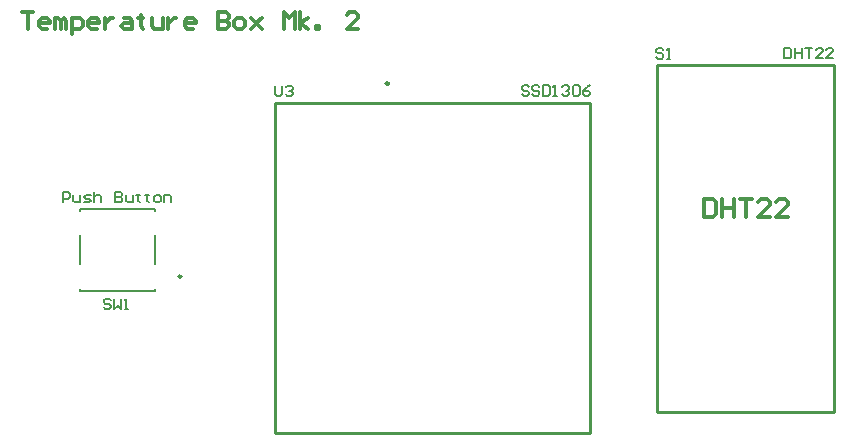
<source format=gto>
G04*
G04 #@! TF.GenerationSoftware,Altium Limited,Altium Designer,25.6.2 (33)*
G04*
G04 Layer_Color=65535*
%FSLAX25Y25*%
%MOIN*%
G70*
G04*
G04 #@! TF.SameCoordinates,A6983FEA-D560-4925-98B3-38CB5C928B3C*
G04*
G04*
G04 #@! TF.FilePolarity,Positive*
G04*
G01*
G75*
%ADD10C,0.01000*%
%ADD11C,0.00984*%
%ADD12C,0.00787*%
%ADD13C,0.01300*%
%ADD14C,0.00800*%
%ADD15C,0.01200*%
D10*
X261500Y293000D02*
G03*
X261500Y293000I-500J0D01*
G01*
X223500Y286500D02*
X328500D01*
Y176500D02*
Y286500D01*
X223500Y176500D02*
X328500D01*
X223500D02*
Y286500D01*
X350921Y183500D02*
X409921D01*
X350921Y299051D02*
X409921D01*
Y183500D02*
Y299051D01*
X350921Y183500D02*
Y299051D01*
D11*
X192358Y228642D02*
G03*
X192358Y228642I-492J0D01*
G01*
D12*
X158402Y223721D02*
X183598D01*
X158402Y250394D02*
Y251279D01*
Y232677D02*
Y242323D01*
Y223721D02*
Y224606D01*
Y251279D02*
X183598D01*
Y250394D02*
Y251279D01*
Y232677D02*
Y242323D01*
Y223721D02*
Y224606D01*
D13*
X139300Y316666D02*
X142965D01*
X141133D01*
Y311167D01*
X147547D02*
X145715D01*
X144798Y312084D01*
Y313916D01*
X145715Y314833D01*
X147547D01*
X148464Y313916D01*
Y313000D01*
X144798D01*
X150296Y311167D02*
Y314833D01*
X151213D01*
X152129Y313916D01*
Y311167D01*
Y313916D01*
X153046Y314833D01*
X153962Y313916D01*
Y311167D01*
X155795Y309334D02*
Y314833D01*
X158544D01*
X159460Y313916D01*
Y312084D01*
X158544Y311167D01*
X155795D01*
X164042D02*
X162209D01*
X161293Y312084D01*
Y313916D01*
X162209Y314833D01*
X164042D01*
X164958Y313916D01*
Y313000D01*
X161293D01*
X166791Y314833D02*
Y311167D01*
Y313000D01*
X167708Y313916D01*
X168624Y314833D01*
X169540D01*
X173206D02*
X175038D01*
X175955Y313916D01*
Y311167D01*
X173206D01*
X172289Y312084D01*
X173206Y313000D01*
X175955D01*
X178704Y315749D02*
Y314833D01*
X177787D01*
X179620D01*
X178704D01*
Y312084D01*
X179620Y311167D01*
X182369Y314833D02*
Y312084D01*
X183286Y311167D01*
X186035D01*
Y314833D01*
X187868D02*
Y311167D01*
Y313000D01*
X188784Y313916D01*
X189700Y314833D01*
X190617D01*
X196115Y311167D02*
X194282D01*
X193366Y312084D01*
Y313916D01*
X194282Y314833D01*
X196115D01*
X197031Y313916D01*
Y313000D01*
X193366D01*
X204362Y316666D02*
Y311167D01*
X207111D01*
X208028Y312084D01*
Y313000D01*
X207111Y313916D01*
X204362D01*
X207111D01*
X208028Y314833D01*
Y315749D01*
X207111Y316666D01*
X204362D01*
X210777Y311167D02*
X212610D01*
X213526Y312084D01*
Y313916D01*
X212610Y314833D01*
X210777D01*
X209860Y313916D01*
Y312084D01*
X210777Y311167D01*
X215359Y314833D02*
X219024Y311167D01*
X217191Y313000D01*
X219024Y314833D01*
X215359Y311167D01*
X226355D02*
Y316666D01*
X228188Y314833D01*
X230021Y316666D01*
Y311167D01*
X231853D02*
Y316666D01*
Y313000D02*
X234602Y314833D01*
X231853Y313000D02*
X234602Y311167D01*
X237352D02*
Y312084D01*
X238268D01*
Y311167D01*
X237352D01*
X251097D02*
X247432D01*
X251097Y314833D01*
Y315749D01*
X250181Y316666D01*
X248348D01*
X247432Y315749D01*
D14*
X152800Y253300D02*
Y256799D01*
X154549D01*
X155133Y256216D01*
Y255049D01*
X154549Y254466D01*
X152800D01*
X156299Y255633D02*
Y253883D01*
X156882Y253300D01*
X158631D01*
Y255633D01*
X159798Y253300D02*
X161547D01*
X162130Y253883D01*
X161547Y254466D01*
X160381D01*
X159798Y255049D01*
X160381Y255633D01*
X162130D01*
X163297Y256799D02*
Y253300D01*
Y255049D01*
X163880Y255633D01*
X165046D01*
X165629Y255049D01*
Y253300D01*
X170294Y256799D02*
Y253300D01*
X172044D01*
X172627Y253883D01*
Y254466D01*
X172044Y255049D01*
X170294D01*
X172044D01*
X172627Y255633D01*
Y256216D01*
X172044Y256799D01*
X170294D01*
X173793Y255633D02*
Y253883D01*
X174376Y253300D01*
X176126D01*
Y255633D01*
X177875Y256216D02*
Y255633D01*
X177292D01*
X178458D01*
X177875D01*
Y253883D01*
X178458Y253300D01*
X180791Y256216D02*
Y255633D01*
X180208D01*
X181374D01*
X180791D01*
Y253883D01*
X181374Y253300D01*
X183707D02*
X184873D01*
X185456Y253883D01*
Y255049D01*
X184873Y255633D01*
X183707D01*
X183124Y255049D01*
Y253883D01*
X183707Y253300D01*
X186622D02*
Y255633D01*
X188372D01*
X188955Y255049D01*
Y253300D01*
X308133Y291716D02*
X307549Y292299D01*
X306383D01*
X305800Y291716D01*
Y291133D01*
X306383Y290549D01*
X307549D01*
X308133Y289966D01*
Y289383D01*
X307549Y288800D01*
X306383D01*
X305800Y289383D01*
X311631Y291716D02*
X311048Y292299D01*
X309882D01*
X309299Y291716D01*
Y291133D01*
X309882Y290549D01*
X311048D01*
X311631Y289966D01*
Y289383D01*
X311048Y288800D01*
X309882D01*
X309299Y289383D01*
X312798Y292299D02*
Y288800D01*
X314547D01*
X315130Y289383D01*
Y291716D01*
X314547Y292299D01*
X312798D01*
X316297Y288800D02*
X317463D01*
X316880D01*
Y292299D01*
X316297Y291716D01*
X319212D02*
X319795Y292299D01*
X320962D01*
X321545Y291716D01*
Y291133D01*
X320962Y290549D01*
X320379D01*
X320962D01*
X321545Y289966D01*
Y289383D01*
X320962Y288800D01*
X319795D01*
X319212Y289383D01*
X322711Y291716D02*
X323294Y292299D01*
X324461D01*
X325044Y291716D01*
Y289383D01*
X324461Y288800D01*
X323294D01*
X322711Y289383D01*
Y291716D01*
X328543Y292299D02*
X327376Y291716D01*
X326210Y290549D01*
Y289383D01*
X326793Y288800D01*
X327959D01*
X328543Y289383D01*
Y289966D01*
X327959Y290549D01*
X326210D01*
X393300Y304799D02*
Y301300D01*
X395049D01*
X395633Y301883D01*
Y304216D01*
X395049Y304799D01*
X393300D01*
X396799D02*
Y301300D01*
Y303049D01*
X399131D01*
Y304799D01*
Y301300D01*
X400298Y304799D02*
X402630D01*
X401464D01*
Y301300D01*
X406129D02*
X403797D01*
X406129Y303633D01*
Y304216D01*
X405546Y304799D01*
X404380D01*
X403797Y304216D01*
X409628Y301300D02*
X407296D01*
X409628Y303633D01*
Y304216D01*
X409045Y304799D01*
X407879D01*
X407296Y304216D01*
X353000Y304166D02*
X352417Y304749D01*
X351251D01*
X350667Y304166D01*
Y303583D01*
X351251Y303000D01*
X352417D01*
X353000Y302417D01*
Y301834D01*
X352417Y301251D01*
X351251D01*
X350667Y301834D01*
X354166Y301251D02*
X355333D01*
X354749D01*
Y304749D01*
X354166Y304166D01*
X223584Y292249D02*
Y289334D01*
X224167Y288751D01*
X225334D01*
X225917Y289334D01*
Y292249D01*
X227083Y291666D02*
X227666Y292249D01*
X228833D01*
X229416Y291666D01*
Y291083D01*
X228833Y290500D01*
X228249D01*
X228833D01*
X229416Y289917D01*
Y289334D01*
X228833Y288751D01*
X227666D01*
X227083Y289334D01*
X168751Y220666D02*
X168167Y221249D01*
X167001D01*
X166418Y220666D01*
Y220083D01*
X167001Y219500D01*
X168167D01*
X168751Y218917D01*
Y218334D01*
X168167Y217751D01*
X167001D01*
X166418Y218334D01*
X169917Y221249D02*
Y217751D01*
X171083Y218917D01*
X172249Y217751D01*
Y221249D01*
X173416Y217751D02*
X174582D01*
X173999D01*
Y221249D01*
X173416Y220666D01*
D15*
X366426Y254499D02*
Y248501D01*
X369425D01*
X370425Y249501D01*
Y253499D01*
X369425Y254499D01*
X366426D01*
X372424D02*
Y248501D01*
Y251500D01*
X376423D01*
Y254499D01*
Y248501D01*
X378422Y254499D02*
X382421D01*
X380421D01*
Y248501D01*
X388419D02*
X384420D01*
X388419Y252500D01*
Y253499D01*
X387419Y254499D01*
X385420D01*
X384420Y253499D01*
X394417Y248501D02*
X390418D01*
X394417Y252500D01*
Y253499D01*
X393417Y254499D01*
X391418D01*
X390418Y253499D01*
M02*

</source>
